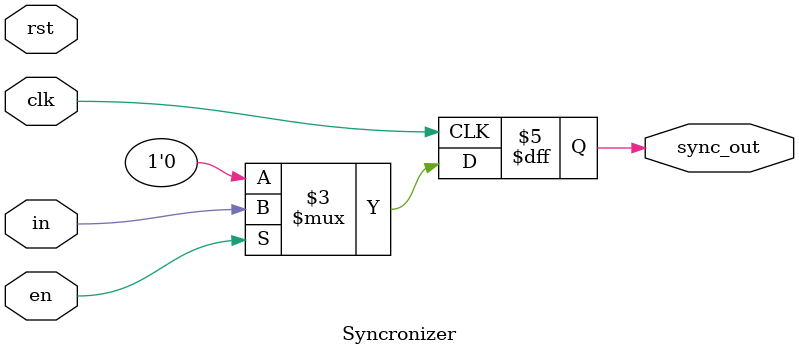
<source format=v>
`timescale 1ns / 1ps
`default_nettype none
 

module CLOCK_GENERATOR #(parameter DIVIDE = 2)
(
    input wire rst,
    input wire fast_clk,
    output reg slow_clk
);

reg [31:0] counter = 0;

always @(posedge fast_clk or posedge rst)
begin
    if(rst)
    begin
        slow_clk <= 0;
        counter <= 0;
    end
    else
    begin
        if(counter == DIVIDE/2)
        begin
            slow_clk <= ~slow_clk;
            counter <= 0;
        end
        else
        begin
            slow_clk <= slow_clk;
            counter <= counter + 1;
        end
    end
end

endmodule

module ONESHOT(
    input wire clk,
    input wire rst,
    input wire signal,
    output reg out
);

reg previously_high;

always @(posedge clk or posedge rst)
begin
    if(rst)
    begin
        out <= 0;
        previously_high <= 0;
    end
    else
    begin
        if(signal && !previously_high)
        begin
            out <= 1;
            previously_high <= 1;
        end
        else if(signal && previously_high)
        begin
            out <= 0;
            previously_high <= 1;
        end
        else
        begin
            out <= 0;
            previously_high <= 0;
        end
    end
end

endmodule

//////////////////////////////////
// External Signal Syncronizer
//////////////////////////////////

module Syncronizer #(
	parameter WIDTH = 1,
	parameter DEFAULT_DISABLED = 0
)
(
	input wire clk,
	input wire rst,
	input wire en,
	input wire [WIDTH-1:0] in,
	output reg [WIDTH-1:0] sync_out
);

always@(posedge clk)
begin
	if(en)
	begin
		sync_out = in;
	end
	else
	begin
		sync_out = DEFAULT_DISABLED;
	end
end

endmodule

</source>
